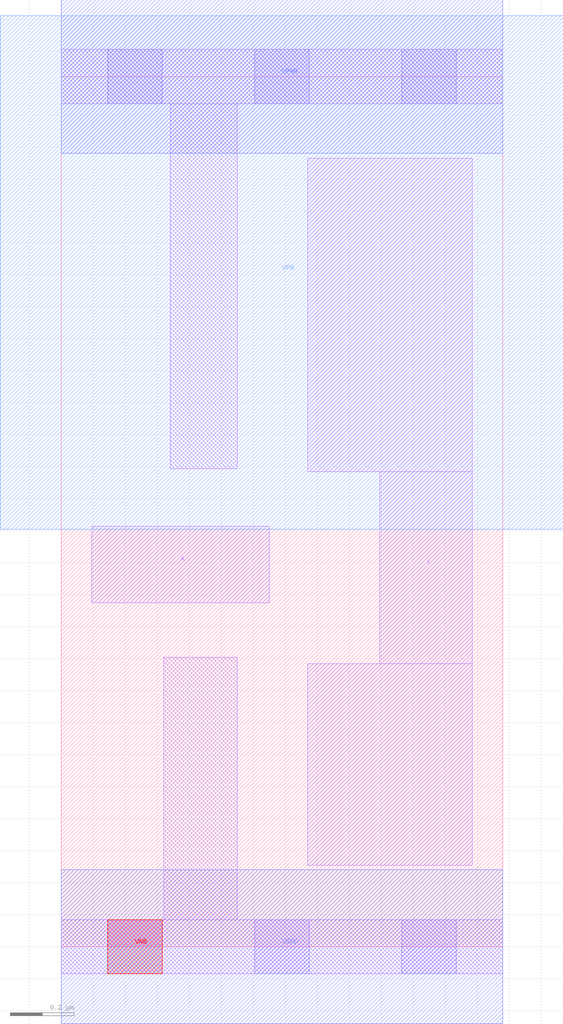
<source format=lef>
# Copyright 2020 The SkyWater PDK Authors
#
# Licensed under the Apache License, Version 2.0 (the "License");
# you may not use this file except in compliance with the License.
# You may obtain a copy of the License at
#
#     https://www.apache.org/licenses/LICENSE-2.0
#
# Unless required by applicable law or agreed to in writing, software
# distributed under the License is distributed on an "AS IS" BASIS,
# WITHOUT WARRANTIES OR CONDITIONS OF ANY KIND, either express or implied.
# See the License for the specific language governing permissions and
# limitations under the License.
#
# SPDX-License-Identifier: Apache-2.0

VERSION 5.7 ;
  NOWIREEXTENSIONATPIN ON ;
  DIVIDERCHAR "/" ;
  BUSBITCHARS "[]" ;
PROPERTYDEFINITIONS
  MACRO maskLayoutSubType STRING ;
  MACRO prCellType STRING ;
  MACRO originalViewName STRING ;
END PROPERTYDEFINITIONS
MACRO sky130_fd_sc_hdll__inv_1
  CLASS CORE ;
  FOREIGN sky130_fd_sc_hdll__inv_1 ;
  ORIGIN  0.000000  0.000000 ;
  SIZE  1.380000 BY  2.720000 ;
  SYMMETRY X Y R90 ;
  SITE unithd ;
  PIN A
    ANTENNAGATEAREA  0.277500 ;
    DIRECTION INPUT ;
    USE SIGNAL ;
    PORT
      LAYER li1 ;
        RECT 0.095000 1.075000 0.650000 1.315000 ;
    END
  END A
  PIN Y
    ANTENNADIFFAREA  0.439000 ;
    DIRECTION OUTPUT ;
    USE SIGNAL ;
    PORT
      LAYER li1 ;
        RECT 0.770000 0.255000 1.285000 0.885000 ;
        RECT 0.770000 1.485000 1.285000 2.465000 ;
        RECT 0.995000 0.885000 1.285000 1.485000 ;
    END
  END Y
  PIN VGND
    DIRECTION INOUT ;
    USE GROUND ;
    PORT
      LAYER met1 ;
        RECT 0.000000 -0.240000 1.380000 0.240000 ;
    END
  END VGND
  PIN VNB
    DIRECTION INOUT ;
    USE GROUND ;
    PORT
      LAYER pwell ;
        RECT 0.145000 -0.085000 0.315000 0.085000 ;
    END
  END VNB
  PIN VPB
    DIRECTION INOUT ;
    USE POWER ;
    PORT
      LAYER nwell ;
        RECT -0.190000 1.305000 1.570000 2.910000 ;
    END
  END VPB
  PIN VPWR
    DIRECTION INOUT ;
    USE POWER ;
    PORT
      LAYER met1 ;
        RECT 0.000000 2.480000 1.380000 2.960000 ;
    END
  END VPWR
  OBS
    LAYER li1 ;
      RECT 0.000000 -0.085000 1.380000 0.085000 ;
      RECT 0.000000  2.635000 1.380000 2.805000 ;
      RECT 0.320000  0.085000 0.550000 0.905000 ;
      RECT 0.340000  1.495000 0.550000 2.635000 ;
    LAYER mcon ;
      RECT 0.145000 -0.085000 0.315000 0.085000 ;
      RECT 0.145000  2.635000 0.315000 2.805000 ;
      RECT 0.605000 -0.085000 0.775000 0.085000 ;
      RECT 0.605000  2.635000 0.775000 2.805000 ;
      RECT 1.065000 -0.085000 1.235000 0.085000 ;
      RECT 1.065000  2.635000 1.235000 2.805000 ;
  END
  PROPERTY maskLayoutSubType "abstract" ;
  PROPERTY prCellType "standard" ;
  PROPERTY originalViewName "layout" ;
END sky130_fd_sc_hdll__inv_1
END LIBRARY

</source>
